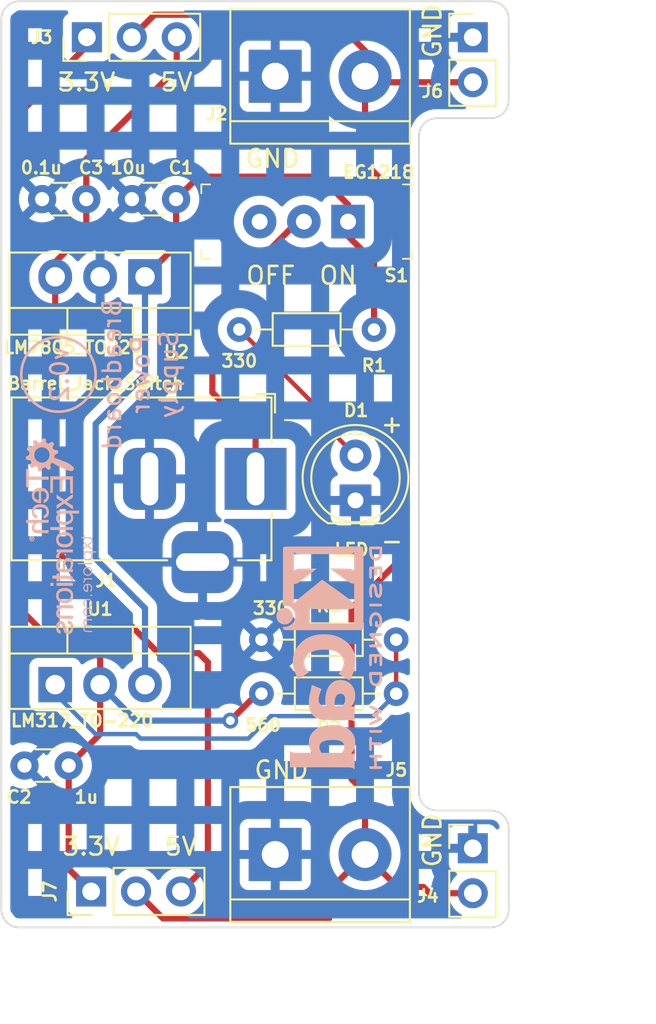
<source format=kicad_pcb>
(kicad_pcb (version 20210925) (generator pcbnew)
  (layers (0 "F.Cu" signal) (31 "B.Cu" signal) (34 "B.Paste" user) (35 "F.Paste" user) (36 "B.SilkS" user "B.Silkscreen") (37 "F.SilkS" user "F.Silkscreen") (38 "B.Mask" user) (39 "F.Mask" user) (44 "Edge.Cuts" user))
  (net 0 "")
  (net 1 "/12V")
  (net 2 "GND")
  (net 3 "/3.3v")
  (net 4 "/5V")
  (net 5 "Net-(D1-Pad2)")
  (net 6 "/PWR_input")
  (net 7 "/PWR_output")
  (net 8 "Net-(R2-Pad1)")
  (footprint "Connector_PinHeader_2.54mm:PinHeader_1x03_P2.54mm_Vertical" (layer "F.Cu") (at 99.075 66.294 90)
    (fp_text reference "J3" (at 0 -2.555 180) (layer "F.SilkS") (effects (font (size 0.7 0.7))))
    (fp_text value "Conn_01x03_Male" hide)
    (pad "1" thru_hole rect locked (at 0 0 90) (size 1.7 1.7) (drill 1) (layers *.Cu *.Mask) (net 3 "/3.3v"))
    (pad "2" thru_hole oval locked (at 0 2.54 90) (size 1.7 1.7) (drill 1) (layers *.Cu *.Mask) (net 7 "/PWR_output"))
    (pad "3" thru_hole oval locked (at 0 5.08 90) (size 1.7 1.7) (drill 1) (layers *.Cu *.Mask) (net 4 "/5V"))
  )
  (footprint "Resistor_THT:R_Axial_DIN0204_L3.6mm_D1.6mm_P7.62mm_Horizontal" (layer "F.Cu") (at 116.568 103.378 180)
    (fp_text reference "R2" (at 3.81 -1.92) (layer "F.SilkS") (effects (font (size 0.7 0.7))))
    (fp_text value "330" (at 7.094 4.826) (layer "F.SilkS") (effects (font (size 0.7 0.7))))
    (pad "1" thru_hole circle locked (at 0 0 180) (size 1.4 1.4) (drill 0.7) (layers *.Cu *.Mask) (net 8 "Net-(R2-Pad1)"))
    (pad "2" thru_hole oval locked (at 7.62 0 180) (size 1.4 1.4) (drill 0.7) (layers *.Cu *.Mask) (net 3 "/3.3v"))
  )
  (footprint "TerminalBlock:TerminalBlock_bornier-2_P5.08mm" (layer "F.Cu") (at 109.728 68.494)
    (fp_text reference "J2" (at -3.302 2.118) (layer "F.SilkS") (effects (font (size 0.7 0.7))))
    (fp_text value "Screw_Terminal_01x02" hide)
    (pad "1" thru_hole rect locked (at 0 0) (size 3 3) (drill 1.52) (layers *.Cu *.Mask) (net 2 "GND"))
    (pad "2" thru_hole circle locked (at 5.08 0) (size 3 3) (drill 1.52) (layers *.Cu *.Mask) (net 7 "/PWR_output"))
  )
  (footprint "Connector_PinHeader_2.54mm:PinHeader_1x03_P2.54mm_Vertical" (layer "F.Cu") (at 99.314 114.554 90)
    (fp_text reference "J7" (at 0 -2.33 90) (layer "F.SilkS") (effects (font (size 0.7 0.7))))
    (fp_text value "Conn_01x03_Male" hide)
    (pad "1" thru_hole rect locked (at 0 0 90) (size 1.7 1.7) (drill 1) (layers *.Cu *.Mask) (net 3 "/3.3v"))
    (pad "2" thru_hole oval locked (at 0 2.54 90) (size 1.7 1.7) (drill 1) (layers *.Cu *.Mask) (net 7 "/PWR_output"))
    (pad "3" thru_hole oval locked (at 0 5.08 90) (size 1.7 1.7) (drill 1) (layers *.Cu *.Mask) (net 4 "/5V"))
  )
  (footprint "TerminalBlock:TerminalBlock_bornier-2_P5.08mm" (layer "F.Cu") (at 109.728 112.4656)
    (fp_text reference "J5" (at 6.858 -4.7696) (layer "F.SilkS") (effects (font (size 0.7 0.7))))
    (fp_text value "Screw_Terminal_01x02" hide)
    (pad "1" thru_hole rect locked (at 0 0) (size 3 3) (drill 1.52) (layers *.Cu *.Mask) (net 2 "GND"))
    (pad "2" thru_hole circle locked (at 5.08 0) (size 3 3) (drill 1.52) (layers *.Cu *.Mask) (net 7 "/PWR_output"))
  )
  (footprint "Capacitor_THT:C_Disc_D3.0mm_W1.6mm_P2.50mm" (layer "F.Cu") (at 98.044 107.442 180)
    (fp_text reference "C2" (at 2.794 -1.778) (layer "F.SilkS") (effects (font (size 0.7 0.7))))
    (fp_text value "1u" (at -0.254 -1.778) (layer "F.SilkS") (effects (font (size 0.7 0.7)) (justify left)))
    (pad "1" thru_hole circle locked (at 0 0 180) (size 1.6 1.6) (drill 0.8) (layers *.Cu *.Mask) (net 3 "/3.3v"))
    (pad "2" thru_hole circle locked (at 2.5 0 180) (size 1.6 1.6) (drill 0.8) (layers *.Cu *.Mask) (net 2 "GND"))
  )
  (footprint "Connector_BarrelJack:BarrelJack_Horizontal" (layer "F.Cu") (at 108.616 91.2445)
    (fp_text reference "J1" (at -8.45 5.75) (layer "F.SilkS") (effects (font (size 0.7 0.7))))
    (fp_text value "Barrel_Jack_Switch" (at -9.048 -5.3925) (layer "F.SilkS") (effects (font (size 0.7 0.7))))
    (pad "1" thru_hole rect locked (at 0 0) (size 3.5 3.5) (drill oval 1 3) (layers *.Cu *.Mask) (net 6 "/PWR_input"))
    (pad "2" thru_hole roundrect locked (at -6 0) (size 3 3.5) (drill oval 1 3) (layers *.Cu *.Mask) (net 2 "GND"))
    (pad "3" thru_hole roundrect locked (at -3 4.7) (size 3.5 3.5) (drill oval 3 1) (layers *.Cu *.Mask) (net 2 "GND"))
  )
  (footprint "Connector_PinHeader_2.54mm:PinHeader_1x02_P2.54mm_Vertical" (layer "F.Cu") (at 120.904 112.1156)
    (fp_text reference "J4" (at -2.54 2.6924) (layer "F.SilkS") (effects (font (size 0.7 0.7))))
    (fp_text value "Conn_01x02_Male" hide)
    (pad "1" thru_hole rect locked (at 0 0) (size 1.7 1.7) (drill 1) (layers *.Cu *.Mask) (net 2 "GND"))
    (pad "2" thru_hole oval locked (at 0 2.54) (size 1.7 1.7) (drill 1) (layers *.Cu *.Mask) (net 7 "/PWR_output"))
  )
  (footprint "Package_TO_SOT_THT:TO-220-3_Vertical" (layer "F.Cu") (at 97.282 102.87)
    (fp_text reference "U1" (at 2.54 -4.27) (layer "F.SilkS") (effects (font (size 0.7 0.7))))
    (fp_text value "LM317_TO-220" (at 1.524 2.032) (layer "F.SilkS") (effects (font (size 0.7 0.7))))
    (pad "1" thru_hole rect locked (at 0 0) (size 1.905 2) (drill 1.1) (layers *.Cu *.Mask) (net 8 "Net-(R2-Pad1)"))
    (pad "2" thru_hole oval locked (at 2.54 0) (size 1.905 2) (drill 1.1) (layers *.Cu *.Mask) (net 3 "/3.3v"))
    (pad "3" thru_hole oval locked (at 5.08 0) (size 1.905 2) (drill 1.1) (layers *.Cu *.Mask) (net 1 "/12V"))
  )
  (footprint "LED_THT:LED_D5.0mm" (layer "F.Cu") (at 114.268 92.461 90)
    (fp_text reference "D1" (at 5.085 0.032) (layer "F.SilkS") (effects (font (size 0.7 0.7))))
    (fp_text value "LED" (at -2.789 -0.222 180) (layer "F.SilkS") (effects (font (size 0.7 0.7))))
    (pad "1" thru_hole rect locked (at 0 0 90) (size 1.8 1.8) (drill 0.9) (layers *.Cu *.Mask) (net 2 "GND"))
    (pad "2" thru_hole circle locked (at 2.54 0 90) (size 1.8 1.8) (drill 0.9) (layers *.Cu *.Mask) (net 5 "Net-(D1-Pad2)"))
  )
  (footprint "Resistor_THT:R_Axial_DIN0204_L3.6mm_D1.6mm_P7.62mm_Horizontal" (layer "F.Cu") (at 107.696 82.804)
    (fp_text reference "R1" (at 7.62 2.032) (layer "F.SilkS") (effects (font (size 0.7 0.7))))
    (fp_text value "330" (at 0 1.778) (layer "F.SilkS") (effects (font (size 0.7 0.7))))
    (pad "1" thru_hole circle locked (at 0 0) (size 1.4 1.4) (drill 0.7) (layers *.Cu *.Mask) (net 5 "Net-(D1-Pad2)"))
    (pad "2" thru_hole oval locked (at 7.62 0) (size 1.4 1.4) (drill 0.7) (layers *.Cu *.Mask) (net 1 "/12V"))
  )
  (footprint "Capacitor_THT:C_Disc_D3.0mm_W1.6mm_P2.50mm" (layer "F.Cu") (at 104.12 75.438 180)
    (fp_text reference "C1" (at -0.274 1.778) (layer "F.SilkS") (effects (font (size 0.7 0.7))))
    (fp_text value "10u" (at 3.79 1.778) (layer "F.SilkS") (effects (font (size 0.7 0.7)) (justify left)))
    (pad "1" thru_hole circle locked (at 0 0 180) (size 1.6 1.6) (drill 0.8) (layers *.Cu *.Mask) (net 1 "/12V"))
    (pad "2" thru_hole circle locked (at 2.5 0 180) (size 1.6 1.6) (drill 0.8) (layers *.Cu *.Mask) (net 2 "GND"))
  )
  (footprint "Connector_PinHeader_2.54mm:PinHeader_1x02_P2.54mm_Vertical" (layer "F.Cu") (at 120.904 66.294)
    (fp_text reference "J6" (at -2.286 3.048) (layer "F.SilkS") (effects (font (size 0.7 0.7))))
    (fp_text value "Conn_01x02_Male" hide)
    (pad "1" thru_hole rect locked (at 0 0) (size 1.7 1.7) (drill 1) (layers *.Cu *.Mask) (net 2 "GND"))
    (pad "2" thru_hole oval locked (at 0 2.54) (size 1.7 1.7) (drill 1) (layers *.Cu *.Mask) (net 7 "/PWR_output"))
  )
  (footprint "Package_TO_SOT_THT:TO-220-3_Vertical" (layer "F.Cu") (at 102.362 79.827 180)
    (fp_text reference "U2" (at -1.778 -4.247) (layer "F.SilkS") (effects (font (size 0.7 0.7))))
    (fp_text value "LM7805_TO220" (at 4.064 -3.993) (layer "F.SilkS") (effects (font (size 0.7 0.7))))
    (pad "1" thru_hole rect locked (at 0 0 180) (size 1.905 2) (drill 1.1) (layers *.Cu *.Mask) (net 1 "/12V"))
    (pad "2" thru_hole oval locked (at 2.54 0 180) (size 1.905 2) (drill 1.1) (layers *.Cu *.Mask) (net 2 "GND"))
    (pad "3" thru_hole oval locked (at 5.08 0 180) (size 1.905 2) (drill 1.1) (layers *.Cu *.Mask) (net 4 "/5V"))
  )
  (footprint "Capacitor_THT:C_Disc_D3.0mm_W1.6mm_P2.50mm" (layer "F.Cu") (at 99.04 75.438 180)
    (fp_text reference "C3" (at -0.274 1.778) (layer "F.SilkS") (effects (font (size 0.7 0.7))))
    (fp_text value "0.1u" (at 3.79 1.778) (layer "F.SilkS") (effects (font (size 0.7 0.7)) (justify left)))
    (pad "1" thru_hole circle locked (at 0 0 180) (size 1.6 1.6) (drill 0.8) (layers *.Cu *.Mask) (net 4 "/5V"))
    (pad "2" thru_hole circle locked (at 2.5 0 180) (size 1.6 1.6) (drill 0.8) (layers *.Cu *.Mask) (net 2 "GND"))
  )
  (footprint "Resistor_THT:R_Axial_DIN0204_L3.6mm_D1.6mm_P7.62mm_Horizontal" (layer "F.Cu") (at 108.948 100.33)
    (fp_text reference "R3" (at 3.81 -1.92) (layer "F.SilkS") (effects (font (size 0.7 0.7))))
    (fp_text value "560" (at -0.998 4.826) (layer "F.SilkS") (effects (font (size 0.7 0.7)) (justify left)))
    (pad "1" thru_hole circle locked (at 0 0) (size 1.4 1.4) (drill 0.7) (layers *.Cu *.Mask) (net 2 "GND"))
    (pad "2" thru_hole oval locked (at 7.62 0) (size 1.4 1.4) (drill 0.7) (layers *.Cu *.Mask) (net 8 "Net-(R2-Pad1)"))
  )
  (footprint "digikey-footprints:Switch_Slide_11.6x4mm_EG1218" (layer "F.Cu") (at 113.848 76.708 180)
    (fp_text reference "S1" (at -2.738 -3.048) (layer "F.SilkS") (effects (font (size 0.7 0.7))))
    (fp_text value "EG1218" (at -1.722 2.794) (layer "F.SilkS") (effects (font (size 0.7 0.7))))
    (pad "1" thru_hole rect locked (at 0 0 180) (size 1.9 1.9) (drill 0.9) (layers *.Cu *.Mask) (net 1 "/12V"))
    (pad "2" thru_hole circle locked (at 2.5 0 180) (size 1.9 1.9) (drill 0.9) (layers *.Cu *.Mask) (net 6 "/PWR_input"))
    (pad "3" thru_hole circle locked (at 5 0 180) (size 1.9 1.9) (drill 0.9) (layers *.Cu *.Mask))
  )
  (footprint "DesktopLibrary:TE_Logo_11.6x4" (layer "B.Cu") (at 97.536 94.488 -90)
    (fp_text reference "G***" hide)
    (fp_text value "LOGO" hide)
  )
  (footprint "Symbol:KiCad-Logo2_5mm_SilkScreen" (layer "B.Cu") (at 112.776 101.346 -90)
    (fp_text reference "REF**" hide)
    (fp_text value "KiCad-Logo2_5mm_SilkScreen" hide)
  )
  (gr_circle (center 97.465211 85.344) (end 98.735211 87.019955) (layer "B.SilkS") (width 0.15) (fill none))
  (gr_arc (start 121.92 115.57) (end 122.936 115.57) (angle 90) (layer "Edge.Cuts") (width 0.1))
  (gr_arc (start 118.872 71.882) (end 118.872 70.866) (angle -90) (layer "Edge.Cuts") (width 0.1))
  (gr_line (start 122.936 115.57) (end 122.936 110.998) (layer "Edge.Cuts") (width 0.1))
  (gr_arc (start 95.25 65.278) (end 95.25 64.262) (angle -90) (layer "Edge.Cuts") (width 0.1))
  (gr_line (start 117.856 108.966) (end 117.856 71.882) (layer "Edge.Cuts") (width 0.1))
  (gr_arc (start 121.92 65.278) (end 121.92 64.262) (angle 90) (layer "Edge.Cuts") (width 0.1))
  (gr_arc (start 121.92 69.85) (end 121.92 70.866) (angle -90) (layer "Edge.Cuts") (width 0.1))
  (gr_line (start 122.936 69.85) (end 122.936 65.278) (layer "Edge.Cuts") (width 0.1))
  (gr_arc (start 121.92 110.998) (end 121.92 109.982) (angle 90) (layer "Edge.Cuts") (width 0.1))
  (gr_arc (start 118.872 108.966) (end 117.856 108.966) (angle -90) (layer "Edge.Cuts") (width 0.1))
  (gr_line (start 95.25 116.586) (end 121.92 116.586) (layer "Edge.Cuts") (width 0.1))
  (gr_line (start 118.872 70.866) (end 121.92 70.866) (layer "Edge.Cuts") (width 0.1))
  (gr_line (start 121.92 109.982) (end 118.872 109.982) (layer "Edge.Cuts") (width 0.1))
  (gr_line (start 121.92 64.262) (end 95.25 64.262) (layer "Edge.Cuts") (width 0.1))
  (gr_line (start 94.234 65.278) (end 94.234 115.57) (layer "Edge.Cuts") (width 0.1))
  (gr_arc (start 95.25 115.57) (end 94.234 115.57) (angle -90) (layer "Edge.Cuts") (width 0.1))
  (gr_text "Breadboard\nPower\nSupply" (at 102.108 85.344 90) (layer "B.SilkS") (effects (font (size 1 1)) (justify mirror)))
  (gr_text "v0.2" (at 97.536 85.344 90) (layer "B.SilkS") (effects (font (size 1 1)) (justify mirror)))
  (gr_text "OFF" (at 109.474 79.756) (layer "F.SilkS") (effects (font (size 1 1))))
  (gr_text "ON" (at 113.284 79.756) (layer "F.SilkS") (effects (font (size 1 1))))
  (gr_text "+" (at 116.332 88.138) (layer "F.SilkS") (effects (font (size 1 1))))
  (gr_text "GND" (at 108.458 107.696) (layer "F.SilkS") (effects (font (size 1 1)) (justify left)))
  (gr_text "5V" (at 104.14 68.834) (layer "F.SilkS") (effects (font (size 1 1))))
  (gr_text "-" (at 116.332 94.742) (layer "F.SilkS") (effects (font (size 1 1))))
  (gr_text "3.3V" (at 99.06 68.834) (layer "F.SilkS") (effects (font (size 1 1))))
  (gr_text "5V" (at 104.394 112.014) (layer "F.SilkS") (effects (font (size 1 1))))
  (gr_text "GND" (at 118.618 113.284 90) (layer "F.SilkS") (effects (font (size 1 1)) (justify left)))
  (gr_text "3.3V" (at 99.314 112.014) (layer "F.SilkS") (effects (font (size 1 1))))
  (gr_text "GND" (at 107.95 73.152) (layer "F.SilkS") (effects (font (size 1 1)) (justify left)))
  (gr_text "GND" (at 118.618 67.564 90) (layer "F.SilkS") (effects (font (size 1 1)) (justify left)))
  (segment (start 113.848 76.708) (end 113.848 77.526) (width 0.35) (layer "F.Cu") (net 1))
  (segment (start 104.12 75.438) (end 105.39 74.168) (width 0.35) (layer "F.Cu") (net 1))
  (segment (start 105.39 74.168) (end 112.268 74.168) (width 0.35) (layer "F.Cu") (net 1))
  (segment (start 113.848 77.526) (end 115.316 78.994) (width 0.35) (layer "F.Cu") (net 1))
  (segment (start 104.12 78.069) (end 102.362 79.827) (width 0.35) (layer "F.Cu") (net 1))
  (segment (start 115.316 78.994) (end 115.316 82.804) (width 0.35) (layer "F.Cu") (net 1))
  (segment (start 113.848 75.748) (end 113.848 76.708) (width 0.35) (layer "F.Cu") (net 1))
  (segment (start 104.12 75.438) (end 104.12 78.069) (width 0.35) (layer "F.Cu") (net 1))
  (segment (start 112.268 74.168) (end 113.848 75.748) (width 0.35) (layer "F.Cu") (net 1))
  (segment (start 99.568 88.138) (end 99.568 95.758) (width 0.35) (layer "B.Cu") (net 1))
  (segment (start 102.362 85.344) (end 99.568 88.138) (width 0.35) (layer "B.Cu") (net 1))
  (segment (start 99.568 95.758) (end 102.362 98.552) (width 0.35) (layer "B.Cu") (net 1))
  (segment (start 102.362 98.552) (end 102.362 102.87) (width 0.35) (layer "B.Cu") (net 1))
  (segment (start 102.362 79.827) (end 102.362 85.344) (width 0.35) (layer "B.Cu") (net 1))
  (segment (start 98.806 100.33) (end 99.822 101.346) (width 0.35) (layer "F.Cu") (net 3))
  (segment (start 97.028 100.33) (end 98.806 100.33) (width 0.35) (layer "F.Cu") (net 3))
  (segment (start 99.075 66.787) (end 94.996 70.866) (width 0.35) (layer "F.Cu") (net 3))
  (segment (start 98.044 113.284) (end 99.314 114.554) (width 0.35) (layer "F.Cu") (net 3))
  (segment (start 108.948 103.378) (end 108.712 103.378) (width 0.35) (layer "F.Cu") (net 3))
  (segment (start 99.822 101.346) (end 99.822 102.87) (width 0.35) (layer "F.Cu") (net 3))
  (segment (start 99.075 66.294) (end 99.075 66.787) (width 0.35) (layer "F.Cu") (net 3))
  (segment (start 94.996 98.298) (end 97.028 100.33) (width 0.35) (layer "F.Cu") (net 3))
  (segment (start 98.044 107.442) (end 99.822 105.664) (width 0.35) (layer "F.Cu") (net 3))
  (segment (start 99.822 105.664) (end 99.822 102.87) (width 0.35) (layer "F.Cu") (net 3))
  (segment (start 94.996 70.866) (end 94.996 98.298) (width 0.35) (layer "F.Cu") (net 3))
  (segment (start 108.712 103.378) (end 107.188 104.902) (width 0.35) (layer "F.Cu") (net 3))
  (segment (start 98.044 107.442) (end 98.044 113.284) (width 0.35) (layer "F.Cu") (net 3))
  (via (at 107.188 104.902) (size 0.9) (drill 0.5) (layers "F.Cu" "B.Cu") (net 3))
  (segment (start 101.854 104.902) (end 99.822 102.87) (width 0.35) (layer "B.Cu") (net 3))
  (segment (start 107.188 104.902) (end 101.854 104.902) (width 0.35) (layer "B.Cu") (net 3))
  (segment (start 105.41 101.092) (end 105.918 101.6) (width 0.35) (layer "F.Cu") (net 4))
  (segment (start 99.04 77.236) (end 99.04 75.438) (width 0.35) (layer "F.Cu") (net 4))
  (segment (start 105.918 113.03) (end 104.394 114.554) (width 0.35) (layer "F.Cu") (net 4))
  (segment (start 99.04 73.172) (end 99.04 75.438) (width 0.35) (layer "F.Cu") (net 4))
  (segment (start 104.155 68.057) (end 99.04 73.172) (width 0.35) (layer "F.Cu") (net 4))
  (segment (start 104.155 66.294) (end 104.155 68.057) (width 0.35) (layer "F.Cu") (net 4))
  (segment (start 103.124 101.092) (end 105.41 101.092) (width 0.35) (layer "F.Cu") (net 4))
  (segment (start 97.282 78.994) (end 99.04 77.236) (width 0.35) (layer "F.Cu") (net 4))
  (segment (start 97.282 95.25) (end 103.124 101.092) (width 0.35) (layer "F.Cu") (net 4))
  (segment (start 97.282 79.827) (end 97.282 78.994) (width 0.35) (layer "F.Cu") (net 4))
  (segment (start 105.918 101.6) (end 105.918 113.03) (width 0.35) (layer "F.Cu") (net 4))
  (segment (start 97.282 79.827) (end 97.282 95.25) (width 0.35) (layer "F.Cu") (net 4))
  (segment (start 112.522 88.175) (end 114.268 89.921) (width 0.25) (layer "F.Cu") (net 5))
  (segment (start 112.522 87.63) (end 112.522 88.175) (width 0.25) (layer "F.Cu") (net 5))
  (segment (start 107.696 82.804) (end 112.522 87.63) (width 0.25) (layer "F.Cu") (net 5))
  (segment (start 108.616 88.804) (end 108.616 91.2445) (width 0.35) (layer "F.Cu") (net 6))
  (segment (start 106.172 81.534) (end 106.172 86.36) (width 0.35) (layer "F.Cu") (net 6))
  (segment (start 106.172 86.36) (end 108.616 88.804) (width 0.35) (layer "F.Cu") (net 6))
  (segment (start 111.348 76.708) (end 110.998 76.708) (width 0.35) (layer "F.Cu") (net 6))
  (segment (start 110.998 76.708) (end 106.172 81.534) (width 0.35) (layer "F.Cu") (net 6))
  (segment (start 118.11 114.3) (end 118.4656 114.6556) (width 0.35) (layer "F.Cu") (net 7))
  (segment (start 114.808 73.406) (end 117.094 75.692) (width 0.35) (layer "F.Cu") (net 7))
  (segment (start 112.776 116.078) (end 112.776 114.4976) (width 0.35) (layer "F.Cu") (net 7))
  (segment (start 117.094 75.692) (end 117.094 95.504) (width 0.35) (layer "F.Cu") (net 7))
  (segment (start 114.808 67.056) (end 114.808 68.494) (width 0.35) (layer "F.Cu") (net 7))
  (segment (start 120.904 68.834) (end 115.148 68.834) (width 0.35) (layer "F.Cu") (net 7))
  (segment (start 114.046 98.552) (end 114.046 108.204) (width 0.35) (layer "F.Cu") (net 7))
  (segment (start 112.263489 65.019489) (end 113.284 66.04) (width 0.35) (layer "F.Cu") (net 7))
  (segment (start 114.808 68.494) (end 114.808 73.406) (width 0.35) (layer "F.Cu") (net 7))
  (segment (start 118.4656 114.6556) (end 120.904 114.6556) (width 0.35) (layer "F.Cu") (net 7))
  (segment (start 101.615 66.294) (end 102.889511 65.019489) (width 0.35) (layer "F.Cu") (net 7))
  (segment (start 115.148 68.834) (end 114.808 68.494) (width 0.35) (layer "F.Cu") (net 7))
  (segment (start 101.854 114.554) (end 103.378 116.078) (width 0.35) (layer "F.Cu") (net 7))
  (segment (start 114.046 108.204) (end 114.808 108.966) (width 0.35) (layer "F.Cu") (net 7))
  (segment (start 116.6424 114.3) (end 118.11 114.3) (width 0.35) (layer "F.Cu") (net 7))
  (segment (start 102.889511 65.019489) (end 112.263489 65.019489) (width 0.35) (layer "F.Cu") (net 7))
  (segment (start 113.284 66.04) (end 113.792 66.04) (width 0.35) (layer "F.Cu") (net 7))
  (segment (start 113.792 66.04) (end 114.808 67.056) (width 0.35) (layer "F.Cu") (net 7))
  (segment (start 114.808 108.966) (end 114.808 112.4656) (width 0.35) (layer "F.Cu") (net 7))
  (segment (start 112.776 114.4976) (end 114.808 112.4656) (width 0.35) (layer "F.Cu") (net 7))
  (segment (start 114.808 112.4656) (end 116.6424 114.3) (width 0.35) (layer "F.Cu") (net 7))
  (segment (start 103.378 116.078) (end 112.776 116.078) (width 0.35) (layer "F.Cu") (net 7))
  (segment (start 117.094 95.504) (end 114.046 98.552) (width 0.35) (layer "F.Cu") (net 7))
  (segment (start 116.568 100.33) (end 116.568 103.378) (width 0.25) (layer "F.Cu") (net 8))
  (segment (start 108.204 105.918) (end 102.108 105.918) (width 0.25) (layer "B.Cu") (net 8))
  (segment (start 97.282 103.378) (end 97.282 102.87) (width 0.25) (layer "B.Cu") (net 8))
  (segment (start 101.854 105.664) (end 99.568 105.664) (width 0.25) (layer "B.Cu") (net 8))
  (segment (start 99.568 105.664) (end 97.282 103.378) (width 0.25) (layer "B.Cu") (net 8))
  (segment (start 115.298 104.648) (end 109.474 104.648) (width 0.25) (layer "B.Cu") (net 8))
  (segment (start 116.568 103.378) (end 115.298 104.648) (width 0.25) (layer "B.Cu") (net 8))
  (segment (start 102.108 105.918) (end 101.854 105.664) (width 0.25) (layer "B.Cu") (net 8))
  (segment (start 109.474 104.648) (end 108.204 105.918) (width 0.25) (layer "B.Cu") (net 8))
  (zone (net 2) (net_name "GND") (layer "B.Cu") (connect_pads (clearance 0.508)) (min_thickness 0.254) (fill yes (mode hatch) (thermal_gap 0.508) (thermal_bridge_width 0.508) (hatch_thickness 1.016) (hatch_gap 1.524) (hatch_orientation 0) (hatch_border_algorithm hatch_thickness) (hatch_min_hole_area 0.3))
    (polygon (pts (xy 122.682 65.024) (xy 122.682 70.104) (xy 122.174 70.612) (xy 118.364 70.612) (xy 117.602 71.374) (xy 117.602 109.728) (xy 118.364 110.236) (xy 122.174 110.236) (xy 122.682 110.744) (xy 122.682 115.57) (xy 121.92 116.332) (xy 95.25 116.332) (xy 94.488 115.316) (xy 94.488 65.278) (xy 95.504 64.516) (xy 122.174 64.516)))
  )
)
</source>
